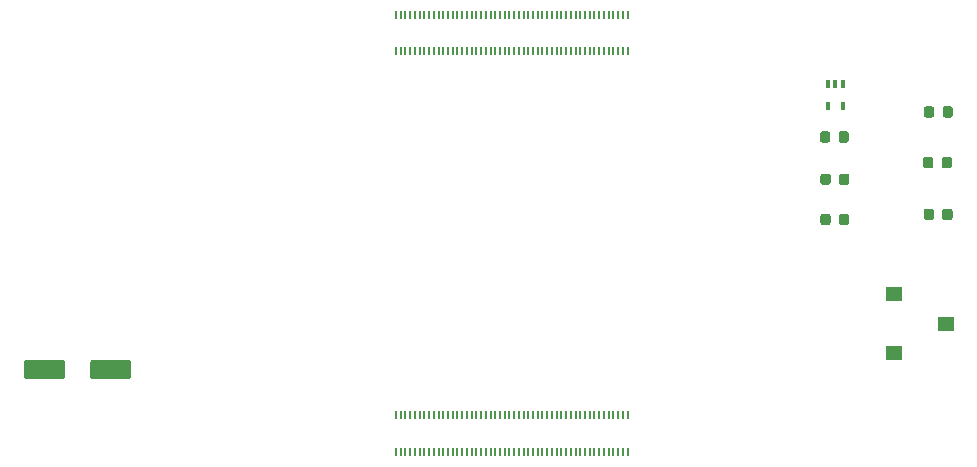
<source format=gbr>
G04 #@! TF.GenerationSoftware,KiCad,Pcbnew,(5.1.5)-3*
G04 #@! TF.CreationDate,2021-05-10T14:07:14+02:00*
G04 #@! TF.ProjectId,FlashStickCM4,466c6173-6853-4746-9963-6b434d342e6b,rev?*
G04 #@! TF.SameCoordinates,Original*
G04 #@! TF.FileFunction,Paste,Top*
G04 #@! TF.FilePolarity,Positive*
%FSLAX46Y46*%
G04 Gerber Fmt 4.6, Leading zero omitted, Abs format (unit mm)*
G04 Created by KiCad (PCBNEW (5.1.5)-3) date 2021-05-10 14:07:14*
%MOMM*%
%LPD*%
G04 APERTURE LIST*
%ADD10R,1.400000X1.200000*%
%ADD11R,0.400000X0.650000*%
%ADD12C,0.100000*%
%ADD13R,0.200000X0.700000*%
G04 APERTURE END LIST*
D10*
X162370000Y-85160000D03*
X166770000Y-87660000D03*
X162370000Y-90160000D03*
D11*
X158040000Y-69230000D03*
X156740000Y-69230000D03*
X157390000Y-67330000D03*
X156740000Y-67330000D03*
X158040000Y-67330000D03*
D12*
G36*
X158377691Y-78356053D02*
G01*
X158398926Y-78359203D01*
X158419750Y-78364419D01*
X158439962Y-78371651D01*
X158459368Y-78380830D01*
X158477781Y-78391866D01*
X158495024Y-78404654D01*
X158510930Y-78419070D01*
X158525346Y-78434976D01*
X158538134Y-78452219D01*
X158549170Y-78470632D01*
X158558349Y-78490038D01*
X158565581Y-78510250D01*
X158570797Y-78531074D01*
X158573947Y-78552309D01*
X158575000Y-78573750D01*
X158575000Y-79086250D01*
X158573947Y-79107691D01*
X158570797Y-79128926D01*
X158565581Y-79149750D01*
X158558349Y-79169962D01*
X158549170Y-79189368D01*
X158538134Y-79207781D01*
X158525346Y-79225024D01*
X158510930Y-79240930D01*
X158495024Y-79255346D01*
X158477781Y-79268134D01*
X158459368Y-79279170D01*
X158439962Y-79288349D01*
X158419750Y-79295581D01*
X158398926Y-79300797D01*
X158377691Y-79303947D01*
X158356250Y-79305000D01*
X157918750Y-79305000D01*
X157897309Y-79303947D01*
X157876074Y-79300797D01*
X157855250Y-79295581D01*
X157835038Y-79288349D01*
X157815632Y-79279170D01*
X157797219Y-79268134D01*
X157779976Y-79255346D01*
X157764070Y-79240930D01*
X157749654Y-79225024D01*
X157736866Y-79207781D01*
X157725830Y-79189368D01*
X157716651Y-79169962D01*
X157709419Y-79149750D01*
X157704203Y-79128926D01*
X157701053Y-79107691D01*
X157700000Y-79086250D01*
X157700000Y-78573750D01*
X157701053Y-78552309D01*
X157704203Y-78531074D01*
X157709419Y-78510250D01*
X157716651Y-78490038D01*
X157725830Y-78470632D01*
X157736866Y-78452219D01*
X157749654Y-78434976D01*
X157764070Y-78419070D01*
X157779976Y-78404654D01*
X157797219Y-78391866D01*
X157815632Y-78380830D01*
X157835038Y-78371651D01*
X157855250Y-78364419D01*
X157876074Y-78359203D01*
X157897309Y-78356053D01*
X157918750Y-78355000D01*
X158356250Y-78355000D01*
X158377691Y-78356053D01*
G37*
G36*
X156802691Y-78356053D02*
G01*
X156823926Y-78359203D01*
X156844750Y-78364419D01*
X156864962Y-78371651D01*
X156884368Y-78380830D01*
X156902781Y-78391866D01*
X156920024Y-78404654D01*
X156935930Y-78419070D01*
X156950346Y-78434976D01*
X156963134Y-78452219D01*
X156974170Y-78470632D01*
X156983349Y-78490038D01*
X156990581Y-78510250D01*
X156995797Y-78531074D01*
X156998947Y-78552309D01*
X157000000Y-78573750D01*
X157000000Y-79086250D01*
X156998947Y-79107691D01*
X156995797Y-79128926D01*
X156990581Y-79149750D01*
X156983349Y-79169962D01*
X156974170Y-79189368D01*
X156963134Y-79207781D01*
X156950346Y-79225024D01*
X156935930Y-79240930D01*
X156920024Y-79255346D01*
X156902781Y-79268134D01*
X156884368Y-79279170D01*
X156864962Y-79288349D01*
X156844750Y-79295581D01*
X156823926Y-79300797D01*
X156802691Y-79303947D01*
X156781250Y-79305000D01*
X156343750Y-79305000D01*
X156322309Y-79303947D01*
X156301074Y-79300797D01*
X156280250Y-79295581D01*
X156260038Y-79288349D01*
X156240632Y-79279170D01*
X156222219Y-79268134D01*
X156204976Y-79255346D01*
X156189070Y-79240930D01*
X156174654Y-79225024D01*
X156161866Y-79207781D01*
X156150830Y-79189368D01*
X156141651Y-79169962D01*
X156134419Y-79149750D01*
X156129203Y-79128926D01*
X156126053Y-79107691D01*
X156125000Y-79086250D01*
X156125000Y-78573750D01*
X156126053Y-78552309D01*
X156129203Y-78531074D01*
X156134419Y-78510250D01*
X156141651Y-78490038D01*
X156150830Y-78470632D01*
X156161866Y-78452219D01*
X156174654Y-78434976D01*
X156189070Y-78419070D01*
X156204976Y-78404654D01*
X156222219Y-78391866D01*
X156240632Y-78380830D01*
X156260038Y-78371651D01*
X156280250Y-78364419D01*
X156301074Y-78359203D01*
X156322309Y-78356053D01*
X156343750Y-78355000D01*
X156781250Y-78355000D01*
X156802691Y-78356053D01*
G37*
G36*
X156812691Y-74946053D02*
G01*
X156833926Y-74949203D01*
X156854750Y-74954419D01*
X156874962Y-74961651D01*
X156894368Y-74970830D01*
X156912781Y-74981866D01*
X156930024Y-74994654D01*
X156945930Y-75009070D01*
X156960346Y-75024976D01*
X156973134Y-75042219D01*
X156984170Y-75060632D01*
X156993349Y-75080038D01*
X157000581Y-75100250D01*
X157005797Y-75121074D01*
X157008947Y-75142309D01*
X157010000Y-75163750D01*
X157010000Y-75676250D01*
X157008947Y-75697691D01*
X157005797Y-75718926D01*
X157000581Y-75739750D01*
X156993349Y-75759962D01*
X156984170Y-75779368D01*
X156973134Y-75797781D01*
X156960346Y-75815024D01*
X156945930Y-75830930D01*
X156930024Y-75845346D01*
X156912781Y-75858134D01*
X156894368Y-75869170D01*
X156874962Y-75878349D01*
X156854750Y-75885581D01*
X156833926Y-75890797D01*
X156812691Y-75893947D01*
X156791250Y-75895000D01*
X156353750Y-75895000D01*
X156332309Y-75893947D01*
X156311074Y-75890797D01*
X156290250Y-75885581D01*
X156270038Y-75878349D01*
X156250632Y-75869170D01*
X156232219Y-75858134D01*
X156214976Y-75845346D01*
X156199070Y-75830930D01*
X156184654Y-75815024D01*
X156171866Y-75797781D01*
X156160830Y-75779368D01*
X156151651Y-75759962D01*
X156144419Y-75739750D01*
X156139203Y-75718926D01*
X156136053Y-75697691D01*
X156135000Y-75676250D01*
X156135000Y-75163750D01*
X156136053Y-75142309D01*
X156139203Y-75121074D01*
X156144419Y-75100250D01*
X156151651Y-75080038D01*
X156160830Y-75060632D01*
X156171866Y-75042219D01*
X156184654Y-75024976D01*
X156199070Y-75009070D01*
X156214976Y-74994654D01*
X156232219Y-74981866D01*
X156250632Y-74970830D01*
X156270038Y-74961651D01*
X156290250Y-74954419D01*
X156311074Y-74949203D01*
X156332309Y-74946053D01*
X156353750Y-74945000D01*
X156791250Y-74945000D01*
X156812691Y-74946053D01*
G37*
G36*
X158387691Y-74946053D02*
G01*
X158408926Y-74949203D01*
X158429750Y-74954419D01*
X158449962Y-74961651D01*
X158469368Y-74970830D01*
X158487781Y-74981866D01*
X158505024Y-74994654D01*
X158520930Y-75009070D01*
X158535346Y-75024976D01*
X158548134Y-75042219D01*
X158559170Y-75060632D01*
X158568349Y-75080038D01*
X158575581Y-75100250D01*
X158580797Y-75121074D01*
X158583947Y-75142309D01*
X158585000Y-75163750D01*
X158585000Y-75676250D01*
X158583947Y-75697691D01*
X158580797Y-75718926D01*
X158575581Y-75739750D01*
X158568349Y-75759962D01*
X158559170Y-75779368D01*
X158548134Y-75797781D01*
X158535346Y-75815024D01*
X158520930Y-75830930D01*
X158505024Y-75845346D01*
X158487781Y-75858134D01*
X158469368Y-75869170D01*
X158449962Y-75878349D01*
X158429750Y-75885581D01*
X158408926Y-75890797D01*
X158387691Y-75893947D01*
X158366250Y-75895000D01*
X157928750Y-75895000D01*
X157907309Y-75893947D01*
X157886074Y-75890797D01*
X157865250Y-75885581D01*
X157845038Y-75878349D01*
X157825632Y-75869170D01*
X157807219Y-75858134D01*
X157789976Y-75845346D01*
X157774070Y-75830930D01*
X157759654Y-75815024D01*
X157746866Y-75797781D01*
X157735830Y-75779368D01*
X157726651Y-75759962D01*
X157719419Y-75739750D01*
X157714203Y-75718926D01*
X157711053Y-75697691D01*
X157710000Y-75676250D01*
X157710000Y-75163750D01*
X157711053Y-75142309D01*
X157714203Y-75121074D01*
X157719419Y-75100250D01*
X157726651Y-75080038D01*
X157735830Y-75060632D01*
X157746866Y-75042219D01*
X157759654Y-75024976D01*
X157774070Y-75009070D01*
X157789976Y-74994654D01*
X157807219Y-74981866D01*
X157825632Y-74970830D01*
X157845038Y-74961651D01*
X157865250Y-74954419D01*
X157886074Y-74949203D01*
X157907309Y-74946053D01*
X157928750Y-74945000D01*
X158366250Y-74945000D01*
X158387691Y-74946053D01*
G37*
G36*
X158347691Y-71376053D02*
G01*
X158368926Y-71379203D01*
X158389750Y-71384419D01*
X158409962Y-71391651D01*
X158429368Y-71400830D01*
X158447781Y-71411866D01*
X158465024Y-71424654D01*
X158480930Y-71439070D01*
X158495346Y-71454976D01*
X158508134Y-71472219D01*
X158519170Y-71490632D01*
X158528349Y-71510038D01*
X158535581Y-71530250D01*
X158540797Y-71551074D01*
X158543947Y-71572309D01*
X158545000Y-71593750D01*
X158545000Y-72106250D01*
X158543947Y-72127691D01*
X158540797Y-72148926D01*
X158535581Y-72169750D01*
X158528349Y-72189962D01*
X158519170Y-72209368D01*
X158508134Y-72227781D01*
X158495346Y-72245024D01*
X158480930Y-72260930D01*
X158465024Y-72275346D01*
X158447781Y-72288134D01*
X158429368Y-72299170D01*
X158409962Y-72308349D01*
X158389750Y-72315581D01*
X158368926Y-72320797D01*
X158347691Y-72323947D01*
X158326250Y-72325000D01*
X157888750Y-72325000D01*
X157867309Y-72323947D01*
X157846074Y-72320797D01*
X157825250Y-72315581D01*
X157805038Y-72308349D01*
X157785632Y-72299170D01*
X157767219Y-72288134D01*
X157749976Y-72275346D01*
X157734070Y-72260930D01*
X157719654Y-72245024D01*
X157706866Y-72227781D01*
X157695830Y-72209368D01*
X157686651Y-72189962D01*
X157679419Y-72169750D01*
X157674203Y-72148926D01*
X157671053Y-72127691D01*
X157670000Y-72106250D01*
X157670000Y-71593750D01*
X157671053Y-71572309D01*
X157674203Y-71551074D01*
X157679419Y-71530250D01*
X157686651Y-71510038D01*
X157695830Y-71490632D01*
X157706866Y-71472219D01*
X157719654Y-71454976D01*
X157734070Y-71439070D01*
X157749976Y-71424654D01*
X157767219Y-71411866D01*
X157785632Y-71400830D01*
X157805038Y-71391651D01*
X157825250Y-71384419D01*
X157846074Y-71379203D01*
X157867309Y-71376053D01*
X157888750Y-71375000D01*
X158326250Y-71375000D01*
X158347691Y-71376053D01*
G37*
G36*
X156772691Y-71376053D02*
G01*
X156793926Y-71379203D01*
X156814750Y-71384419D01*
X156834962Y-71391651D01*
X156854368Y-71400830D01*
X156872781Y-71411866D01*
X156890024Y-71424654D01*
X156905930Y-71439070D01*
X156920346Y-71454976D01*
X156933134Y-71472219D01*
X156944170Y-71490632D01*
X156953349Y-71510038D01*
X156960581Y-71530250D01*
X156965797Y-71551074D01*
X156968947Y-71572309D01*
X156970000Y-71593750D01*
X156970000Y-72106250D01*
X156968947Y-72127691D01*
X156965797Y-72148926D01*
X156960581Y-72169750D01*
X156953349Y-72189962D01*
X156944170Y-72209368D01*
X156933134Y-72227781D01*
X156920346Y-72245024D01*
X156905930Y-72260930D01*
X156890024Y-72275346D01*
X156872781Y-72288134D01*
X156854368Y-72299170D01*
X156834962Y-72308349D01*
X156814750Y-72315581D01*
X156793926Y-72320797D01*
X156772691Y-72323947D01*
X156751250Y-72325000D01*
X156313750Y-72325000D01*
X156292309Y-72323947D01*
X156271074Y-72320797D01*
X156250250Y-72315581D01*
X156230038Y-72308349D01*
X156210632Y-72299170D01*
X156192219Y-72288134D01*
X156174976Y-72275346D01*
X156159070Y-72260930D01*
X156144654Y-72245024D01*
X156131866Y-72227781D01*
X156120830Y-72209368D01*
X156111651Y-72189962D01*
X156104419Y-72169750D01*
X156099203Y-72148926D01*
X156096053Y-72127691D01*
X156095000Y-72106250D01*
X156095000Y-71593750D01*
X156096053Y-71572309D01*
X156099203Y-71551074D01*
X156104419Y-71530250D01*
X156111651Y-71510038D01*
X156120830Y-71490632D01*
X156131866Y-71472219D01*
X156144654Y-71454976D01*
X156159070Y-71439070D01*
X156174976Y-71424654D01*
X156192219Y-71411866D01*
X156210632Y-71400830D01*
X156230038Y-71391651D01*
X156250250Y-71384419D01*
X156271074Y-71379203D01*
X156292309Y-71376053D01*
X156313750Y-71375000D01*
X156751250Y-71375000D01*
X156772691Y-71376053D01*
G37*
D13*
X120600000Y-61500000D03*
X121000000Y-64580000D03*
X120600000Y-64580000D03*
X121000000Y-61500000D03*
X120200000Y-64580000D03*
X120200000Y-61500000D03*
X125800000Y-61500000D03*
X128600000Y-64580000D03*
X130200000Y-61500000D03*
X131000000Y-64580000D03*
X131000000Y-61500000D03*
X132200000Y-61500000D03*
X133000000Y-64580000D03*
X129800000Y-64580000D03*
X129000000Y-61500000D03*
X133400000Y-64580000D03*
X126600000Y-61500000D03*
X128200000Y-61500000D03*
X130200000Y-64580000D03*
X131400000Y-61500000D03*
X127400000Y-61500000D03*
X127800000Y-64580000D03*
X129800000Y-61500000D03*
X132600000Y-64580000D03*
X133800000Y-61500000D03*
X123800000Y-64580000D03*
X125400000Y-61500000D03*
X131800000Y-64580000D03*
X121400000Y-64580000D03*
X132600000Y-61500000D03*
X121400000Y-61500000D03*
X122600000Y-64580000D03*
X123000000Y-64580000D03*
X123000000Y-61500000D03*
X125000000Y-64580000D03*
X127400000Y-64580000D03*
X123400000Y-61500000D03*
X128600000Y-61500000D03*
X125400000Y-64580000D03*
X133000000Y-61500000D03*
X124200000Y-64580000D03*
X127000000Y-61500000D03*
X127800000Y-61500000D03*
X129400000Y-64580000D03*
X126200000Y-64580000D03*
X128200000Y-64580000D03*
X131800000Y-61500000D03*
X132200000Y-64580000D03*
X133800000Y-64580000D03*
X126200000Y-61500000D03*
X124600000Y-64580000D03*
X131400000Y-64580000D03*
X130600000Y-61500000D03*
X125800000Y-64580000D03*
X129000000Y-64580000D03*
X126600000Y-64580000D03*
X121800000Y-64580000D03*
X133400000Y-61500000D03*
X121800000Y-61500000D03*
X122200000Y-64580000D03*
X122200000Y-61500000D03*
X122600000Y-61500000D03*
X123400000Y-64580000D03*
X130600000Y-64580000D03*
X129400000Y-61500000D03*
X123800000Y-61500000D03*
X124200000Y-61500000D03*
X127000000Y-64580000D03*
X125000000Y-61500000D03*
X124600000Y-61500000D03*
X139800000Y-64580000D03*
X138200000Y-61500000D03*
X134200000Y-61500000D03*
X138600000Y-64580000D03*
X137400000Y-61500000D03*
X138600000Y-61500000D03*
X134600000Y-64580000D03*
X134600000Y-61500000D03*
X135400000Y-61500000D03*
X135800000Y-64580000D03*
X139000000Y-64580000D03*
X139400000Y-61500000D03*
X135000000Y-64580000D03*
X135000000Y-61500000D03*
X135400000Y-64580000D03*
X136200000Y-61500000D03*
X135800000Y-61500000D03*
X136200000Y-64580000D03*
X139400000Y-64580000D03*
X137400000Y-64580000D03*
X138200000Y-64580000D03*
X136600000Y-64580000D03*
X137000000Y-61500000D03*
X139000000Y-61500000D03*
X137000000Y-64580000D03*
X134200000Y-64580000D03*
X139800000Y-61500000D03*
X136600000Y-61500000D03*
X137800000Y-64580000D03*
X137800000Y-61500000D03*
X128200000Y-98500000D03*
X121000000Y-95420000D03*
X123400000Y-98500000D03*
X126600000Y-98500000D03*
X125800000Y-98500000D03*
X121800000Y-98500000D03*
X124200000Y-98500000D03*
X127400000Y-98500000D03*
X126200000Y-95420000D03*
X126600000Y-95420000D03*
X127000000Y-98500000D03*
X120600000Y-98500000D03*
X122600000Y-95420000D03*
X123400000Y-95420000D03*
X120200000Y-98500000D03*
X120200000Y-95420000D03*
X125000000Y-98500000D03*
X120600000Y-95420000D03*
X122200000Y-95420000D03*
X126200000Y-98500000D03*
X123000000Y-98500000D03*
X125000000Y-95420000D03*
X122600000Y-98500000D03*
X121000000Y-98500000D03*
X122200000Y-98500000D03*
X127000000Y-95420000D03*
X121400000Y-98500000D03*
X124600000Y-95420000D03*
X127400000Y-95420000D03*
X121400000Y-95420000D03*
X124200000Y-95420000D03*
X125400000Y-98500000D03*
X127800000Y-98500000D03*
X125400000Y-95420000D03*
X123800000Y-98500000D03*
X123800000Y-95420000D03*
X124600000Y-98500000D03*
X127800000Y-95420000D03*
X123000000Y-95420000D03*
X121800000Y-95420000D03*
X125800000Y-95420000D03*
X132200000Y-98500000D03*
X137400000Y-98500000D03*
X135400000Y-95420000D03*
X133800000Y-98500000D03*
X131800000Y-98500000D03*
X139800000Y-98500000D03*
X130200000Y-95420000D03*
X133400000Y-95420000D03*
X137400000Y-95420000D03*
X137800000Y-95420000D03*
X139400000Y-95420000D03*
X133000000Y-98500000D03*
X131000000Y-95420000D03*
X135000000Y-98500000D03*
X128600000Y-98500000D03*
X131000000Y-98500000D03*
X135400000Y-98500000D03*
X136200000Y-95420000D03*
X129800000Y-95420000D03*
X128600000Y-95420000D03*
X132600000Y-95420000D03*
X133400000Y-98500000D03*
X137800000Y-98500000D03*
X138200000Y-95420000D03*
X134200000Y-95420000D03*
X129800000Y-98500000D03*
X131800000Y-95420000D03*
X132600000Y-98500000D03*
X135800000Y-98500000D03*
X135000000Y-95420000D03*
X137000000Y-98500000D03*
X139000000Y-95420000D03*
X129000000Y-98500000D03*
X129000000Y-95420000D03*
X136600000Y-98500000D03*
X129400000Y-98500000D03*
X134600000Y-95420000D03*
X137000000Y-95420000D03*
X130600000Y-98500000D03*
X131400000Y-98500000D03*
X134200000Y-98500000D03*
X136200000Y-98500000D03*
X138600000Y-98500000D03*
X136600000Y-95420000D03*
X139800000Y-95420000D03*
X138200000Y-98500000D03*
X128200000Y-95420000D03*
X130200000Y-98500000D03*
X129400000Y-95420000D03*
X130600000Y-95420000D03*
X133800000Y-95420000D03*
X132200000Y-95420000D03*
X139000000Y-98500000D03*
X139400000Y-98500000D03*
X131400000Y-95420000D03*
X133000000Y-95420000D03*
X134600000Y-98500000D03*
X138600000Y-95420000D03*
X135800000Y-95420000D03*
D12*
G36*
X167127691Y-77926053D02*
G01*
X167148926Y-77929203D01*
X167169750Y-77934419D01*
X167189962Y-77941651D01*
X167209368Y-77950830D01*
X167227781Y-77961866D01*
X167245024Y-77974654D01*
X167260930Y-77989070D01*
X167275346Y-78004976D01*
X167288134Y-78022219D01*
X167299170Y-78040632D01*
X167308349Y-78060038D01*
X167315581Y-78080250D01*
X167320797Y-78101074D01*
X167323947Y-78122309D01*
X167325000Y-78143750D01*
X167325000Y-78656250D01*
X167323947Y-78677691D01*
X167320797Y-78698926D01*
X167315581Y-78719750D01*
X167308349Y-78739962D01*
X167299170Y-78759368D01*
X167288134Y-78777781D01*
X167275346Y-78795024D01*
X167260930Y-78810930D01*
X167245024Y-78825346D01*
X167227781Y-78838134D01*
X167209368Y-78849170D01*
X167189962Y-78858349D01*
X167169750Y-78865581D01*
X167148926Y-78870797D01*
X167127691Y-78873947D01*
X167106250Y-78875000D01*
X166668750Y-78875000D01*
X166647309Y-78873947D01*
X166626074Y-78870797D01*
X166605250Y-78865581D01*
X166585038Y-78858349D01*
X166565632Y-78849170D01*
X166547219Y-78838134D01*
X166529976Y-78825346D01*
X166514070Y-78810930D01*
X166499654Y-78795024D01*
X166486866Y-78777781D01*
X166475830Y-78759368D01*
X166466651Y-78739962D01*
X166459419Y-78719750D01*
X166454203Y-78698926D01*
X166451053Y-78677691D01*
X166450000Y-78656250D01*
X166450000Y-78143750D01*
X166451053Y-78122309D01*
X166454203Y-78101074D01*
X166459419Y-78080250D01*
X166466651Y-78060038D01*
X166475830Y-78040632D01*
X166486866Y-78022219D01*
X166499654Y-78004976D01*
X166514070Y-77989070D01*
X166529976Y-77974654D01*
X166547219Y-77961866D01*
X166565632Y-77950830D01*
X166585038Y-77941651D01*
X166605250Y-77934419D01*
X166626074Y-77929203D01*
X166647309Y-77926053D01*
X166668750Y-77925000D01*
X167106250Y-77925000D01*
X167127691Y-77926053D01*
G37*
G36*
X165552691Y-77926053D02*
G01*
X165573926Y-77929203D01*
X165594750Y-77934419D01*
X165614962Y-77941651D01*
X165634368Y-77950830D01*
X165652781Y-77961866D01*
X165670024Y-77974654D01*
X165685930Y-77989070D01*
X165700346Y-78004976D01*
X165713134Y-78022219D01*
X165724170Y-78040632D01*
X165733349Y-78060038D01*
X165740581Y-78080250D01*
X165745797Y-78101074D01*
X165748947Y-78122309D01*
X165750000Y-78143750D01*
X165750000Y-78656250D01*
X165748947Y-78677691D01*
X165745797Y-78698926D01*
X165740581Y-78719750D01*
X165733349Y-78739962D01*
X165724170Y-78759368D01*
X165713134Y-78777781D01*
X165700346Y-78795024D01*
X165685930Y-78810930D01*
X165670024Y-78825346D01*
X165652781Y-78838134D01*
X165634368Y-78849170D01*
X165614962Y-78858349D01*
X165594750Y-78865581D01*
X165573926Y-78870797D01*
X165552691Y-78873947D01*
X165531250Y-78875000D01*
X165093750Y-78875000D01*
X165072309Y-78873947D01*
X165051074Y-78870797D01*
X165030250Y-78865581D01*
X165010038Y-78858349D01*
X164990632Y-78849170D01*
X164972219Y-78838134D01*
X164954976Y-78825346D01*
X164939070Y-78810930D01*
X164924654Y-78795024D01*
X164911866Y-78777781D01*
X164900830Y-78759368D01*
X164891651Y-78739962D01*
X164884419Y-78719750D01*
X164879203Y-78698926D01*
X164876053Y-78677691D01*
X164875000Y-78656250D01*
X164875000Y-78143750D01*
X164876053Y-78122309D01*
X164879203Y-78101074D01*
X164884419Y-78080250D01*
X164891651Y-78060038D01*
X164900830Y-78040632D01*
X164911866Y-78022219D01*
X164924654Y-78004976D01*
X164939070Y-77989070D01*
X164954976Y-77974654D01*
X164972219Y-77961866D01*
X164990632Y-77950830D01*
X165010038Y-77941651D01*
X165030250Y-77934419D01*
X165051074Y-77929203D01*
X165072309Y-77926053D01*
X165093750Y-77925000D01*
X165531250Y-77925000D01*
X165552691Y-77926053D01*
G37*
G36*
X167077691Y-73556053D02*
G01*
X167098926Y-73559203D01*
X167119750Y-73564419D01*
X167139962Y-73571651D01*
X167159368Y-73580830D01*
X167177781Y-73591866D01*
X167195024Y-73604654D01*
X167210930Y-73619070D01*
X167225346Y-73634976D01*
X167238134Y-73652219D01*
X167249170Y-73670632D01*
X167258349Y-73690038D01*
X167265581Y-73710250D01*
X167270797Y-73731074D01*
X167273947Y-73752309D01*
X167275000Y-73773750D01*
X167275000Y-74286250D01*
X167273947Y-74307691D01*
X167270797Y-74328926D01*
X167265581Y-74349750D01*
X167258349Y-74369962D01*
X167249170Y-74389368D01*
X167238134Y-74407781D01*
X167225346Y-74425024D01*
X167210930Y-74440930D01*
X167195024Y-74455346D01*
X167177781Y-74468134D01*
X167159368Y-74479170D01*
X167139962Y-74488349D01*
X167119750Y-74495581D01*
X167098926Y-74500797D01*
X167077691Y-74503947D01*
X167056250Y-74505000D01*
X166618750Y-74505000D01*
X166597309Y-74503947D01*
X166576074Y-74500797D01*
X166555250Y-74495581D01*
X166535038Y-74488349D01*
X166515632Y-74479170D01*
X166497219Y-74468134D01*
X166479976Y-74455346D01*
X166464070Y-74440930D01*
X166449654Y-74425024D01*
X166436866Y-74407781D01*
X166425830Y-74389368D01*
X166416651Y-74369962D01*
X166409419Y-74349750D01*
X166404203Y-74328926D01*
X166401053Y-74307691D01*
X166400000Y-74286250D01*
X166400000Y-73773750D01*
X166401053Y-73752309D01*
X166404203Y-73731074D01*
X166409419Y-73710250D01*
X166416651Y-73690038D01*
X166425830Y-73670632D01*
X166436866Y-73652219D01*
X166449654Y-73634976D01*
X166464070Y-73619070D01*
X166479976Y-73604654D01*
X166497219Y-73591866D01*
X166515632Y-73580830D01*
X166535038Y-73571651D01*
X166555250Y-73564419D01*
X166576074Y-73559203D01*
X166597309Y-73556053D01*
X166618750Y-73555000D01*
X167056250Y-73555000D01*
X167077691Y-73556053D01*
G37*
G36*
X165502691Y-73556053D02*
G01*
X165523926Y-73559203D01*
X165544750Y-73564419D01*
X165564962Y-73571651D01*
X165584368Y-73580830D01*
X165602781Y-73591866D01*
X165620024Y-73604654D01*
X165635930Y-73619070D01*
X165650346Y-73634976D01*
X165663134Y-73652219D01*
X165674170Y-73670632D01*
X165683349Y-73690038D01*
X165690581Y-73710250D01*
X165695797Y-73731074D01*
X165698947Y-73752309D01*
X165700000Y-73773750D01*
X165700000Y-74286250D01*
X165698947Y-74307691D01*
X165695797Y-74328926D01*
X165690581Y-74349750D01*
X165683349Y-74369962D01*
X165674170Y-74389368D01*
X165663134Y-74407781D01*
X165650346Y-74425024D01*
X165635930Y-74440930D01*
X165620024Y-74455346D01*
X165602781Y-74468134D01*
X165584368Y-74479170D01*
X165564962Y-74488349D01*
X165544750Y-74495581D01*
X165523926Y-74500797D01*
X165502691Y-74503947D01*
X165481250Y-74505000D01*
X165043750Y-74505000D01*
X165022309Y-74503947D01*
X165001074Y-74500797D01*
X164980250Y-74495581D01*
X164960038Y-74488349D01*
X164940632Y-74479170D01*
X164922219Y-74468134D01*
X164904976Y-74455346D01*
X164889070Y-74440930D01*
X164874654Y-74425024D01*
X164861866Y-74407781D01*
X164850830Y-74389368D01*
X164841651Y-74369962D01*
X164834419Y-74349750D01*
X164829203Y-74328926D01*
X164826053Y-74307691D01*
X164825000Y-74286250D01*
X164825000Y-73773750D01*
X164826053Y-73752309D01*
X164829203Y-73731074D01*
X164834419Y-73710250D01*
X164841651Y-73690038D01*
X164850830Y-73670632D01*
X164861866Y-73652219D01*
X164874654Y-73634976D01*
X164889070Y-73619070D01*
X164904976Y-73604654D01*
X164922219Y-73591866D01*
X164940632Y-73580830D01*
X164960038Y-73571651D01*
X164980250Y-73564419D01*
X165001074Y-73559203D01*
X165022309Y-73556053D01*
X165043750Y-73555000D01*
X165481250Y-73555000D01*
X165502691Y-73556053D01*
G37*
G36*
X167147691Y-69256053D02*
G01*
X167168926Y-69259203D01*
X167189750Y-69264419D01*
X167209962Y-69271651D01*
X167229368Y-69280830D01*
X167247781Y-69291866D01*
X167265024Y-69304654D01*
X167280930Y-69319070D01*
X167295346Y-69334976D01*
X167308134Y-69352219D01*
X167319170Y-69370632D01*
X167328349Y-69390038D01*
X167335581Y-69410250D01*
X167340797Y-69431074D01*
X167343947Y-69452309D01*
X167345000Y-69473750D01*
X167345000Y-69986250D01*
X167343947Y-70007691D01*
X167340797Y-70028926D01*
X167335581Y-70049750D01*
X167328349Y-70069962D01*
X167319170Y-70089368D01*
X167308134Y-70107781D01*
X167295346Y-70125024D01*
X167280930Y-70140930D01*
X167265024Y-70155346D01*
X167247781Y-70168134D01*
X167229368Y-70179170D01*
X167209962Y-70188349D01*
X167189750Y-70195581D01*
X167168926Y-70200797D01*
X167147691Y-70203947D01*
X167126250Y-70205000D01*
X166688750Y-70205000D01*
X166667309Y-70203947D01*
X166646074Y-70200797D01*
X166625250Y-70195581D01*
X166605038Y-70188349D01*
X166585632Y-70179170D01*
X166567219Y-70168134D01*
X166549976Y-70155346D01*
X166534070Y-70140930D01*
X166519654Y-70125024D01*
X166506866Y-70107781D01*
X166495830Y-70089368D01*
X166486651Y-70069962D01*
X166479419Y-70049750D01*
X166474203Y-70028926D01*
X166471053Y-70007691D01*
X166470000Y-69986250D01*
X166470000Y-69473750D01*
X166471053Y-69452309D01*
X166474203Y-69431074D01*
X166479419Y-69410250D01*
X166486651Y-69390038D01*
X166495830Y-69370632D01*
X166506866Y-69352219D01*
X166519654Y-69334976D01*
X166534070Y-69319070D01*
X166549976Y-69304654D01*
X166567219Y-69291866D01*
X166585632Y-69280830D01*
X166605038Y-69271651D01*
X166625250Y-69264419D01*
X166646074Y-69259203D01*
X166667309Y-69256053D01*
X166688750Y-69255000D01*
X167126250Y-69255000D01*
X167147691Y-69256053D01*
G37*
G36*
X165572691Y-69256053D02*
G01*
X165593926Y-69259203D01*
X165614750Y-69264419D01*
X165634962Y-69271651D01*
X165654368Y-69280830D01*
X165672781Y-69291866D01*
X165690024Y-69304654D01*
X165705930Y-69319070D01*
X165720346Y-69334976D01*
X165733134Y-69352219D01*
X165744170Y-69370632D01*
X165753349Y-69390038D01*
X165760581Y-69410250D01*
X165765797Y-69431074D01*
X165768947Y-69452309D01*
X165770000Y-69473750D01*
X165770000Y-69986250D01*
X165768947Y-70007691D01*
X165765797Y-70028926D01*
X165760581Y-70049750D01*
X165753349Y-70069962D01*
X165744170Y-70089368D01*
X165733134Y-70107781D01*
X165720346Y-70125024D01*
X165705930Y-70140930D01*
X165690024Y-70155346D01*
X165672781Y-70168134D01*
X165654368Y-70179170D01*
X165634962Y-70188349D01*
X165614750Y-70195581D01*
X165593926Y-70200797D01*
X165572691Y-70203947D01*
X165551250Y-70205000D01*
X165113750Y-70205000D01*
X165092309Y-70203947D01*
X165071074Y-70200797D01*
X165050250Y-70195581D01*
X165030038Y-70188349D01*
X165010632Y-70179170D01*
X164992219Y-70168134D01*
X164974976Y-70155346D01*
X164959070Y-70140930D01*
X164944654Y-70125024D01*
X164931866Y-70107781D01*
X164920830Y-70089368D01*
X164911651Y-70069962D01*
X164904419Y-70049750D01*
X164899203Y-70028926D01*
X164896053Y-70007691D01*
X164895000Y-69986250D01*
X164895000Y-69473750D01*
X164896053Y-69452309D01*
X164899203Y-69431074D01*
X164904419Y-69410250D01*
X164911651Y-69390038D01*
X164920830Y-69370632D01*
X164931866Y-69352219D01*
X164944654Y-69334976D01*
X164959070Y-69319070D01*
X164974976Y-69304654D01*
X164992219Y-69291866D01*
X165010632Y-69280830D01*
X165030038Y-69271651D01*
X165050250Y-69264419D01*
X165071074Y-69259203D01*
X165092309Y-69256053D01*
X165113750Y-69255000D01*
X165551250Y-69255000D01*
X165572691Y-69256053D01*
G37*
G36*
X91964504Y-90731204D02*
G01*
X91988773Y-90734804D01*
X92012571Y-90740765D01*
X92035671Y-90749030D01*
X92057849Y-90759520D01*
X92078893Y-90772133D01*
X92098598Y-90786747D01*
X92116777Y-90803223D01*
X92133253Y-90821402D01*
X92147867Y-90841107D01*
X92160480Y-90862151D01*
X92170970Y-90884329D01*
X92179235Y-90907429D01*
X92185196Y-90931227D01*
X92188796Y-90955496D01*
X92190000Y-90980000D01*
X92190000Y-92080000D01*
X92188796Y-92104504D01*
X92185196Y-92128773D01*
X92179235Y-92152571D01*
X92170970Y-92175671D01*
X92160480Y-92197849D01*
X92147867Y-92218893D01*
X92133253Y-92238598D01*
X92116777Y-92256777D01*
X92098598Y-92273253D01*
X92078893Y-92287867D01*
X92057849Y-92300480D01*
X92035671Y-92310970D01*
X92012571Y-92319235D01*
X91988773Y-92325196D01*
X91964504Y-92328796D01*
X91940000Y-92330000D01*
X88940000Y-92330000D01*
X88915496Y-92328796D01*
X88891227Y-92325196D01*
X88867429Y-92319235D01*
X88844329Y-92310970D01*
X88822151Y-92300480D01*
X88801107Y-92287867D01*
X88781402Y-92273253D01*
X88763223Y-92256777D01*
X88746747Y-92238598D01*
X88732133Y-92218893D01*
X88719520Y-92197849D01*
X88709030Y-92175671D01*
X88700765Y-92152571D01*
X88694804Y-92128773D01*
X88691204Y-92104504D01*
X88690000Y-92080000D01*
X88690000Y-90980000D01*
X88691204Y-90955496D01*
X88694804Y-90931227D01*
X88700765Y-90907429D01*
X88709030Y-90884329D01*
X88719520Y-90862151D01*
X88732133Y-90841107D01*
X88746747Y-90821402D01*
X88763223Y-90803223D01*
X88781402Y-90786747D01*
X88801107Y-90772133D01*
X88822151Y-90759520D01*
X88844329Y-90749030D01*
X88867429Y-90740765D01*
X88891227Y-90734804D01*
X88915496Y-90731204D01*
X88940000Y-90730000D01*
X91940000Y-90730000D01*
X91964504Y-90731204D01*
G37*
G36*
X97564504Y-90731204D02*
G01*
X97588773Y-90734804D01*
X97612571Y-90740765D01*
X97635671Y-90749030D01*
X97657849Y-90759520D01*
X97678893Y-90772133D01*
X97698598Y-90786747D01*
X97716777Y-90803223D01*
X97733253Y-90821402D01*
X97747867Y-90841107D01*
X97760480Y-90862151D01*
X97770970Y-90884329D01*
X97779235Y-90907429D01*
X97785196Y-90931227D01*
X97788796Y-90955496D01*
X97790000Y-90980000D01*
X97790000Y-92080000D01*
X97788796Y-92104504D01*
X97785196Y-92128773D01*
X97779235Y-92152571D01*
X97770970Y-92175671D01*
X97760480Y-92197849D01*
X97747867Y-92218893D01*
X97733253Y-92238598D01*
X97716777Y-92256777D01*
X97698598Y-92273253D01*
X97678893Y-92287867D01*
X97657849Y-92300480D01*
X97635671Y-92310970D01*
X97612571Y-92319235D01*
X97588773Y-92325196D01*
X97564504Y-92328796D01*
X97540000Y-92330000D01*
X94540000Y-92330000D01*
X94515496Y-92328796D01*
X94491227Y-92325196D01*
X94467429Y-92319235D01*
X94444329Y-92310970D01*
X94422151Y-92300480D01*
X94401107Y-92287867D01*
X94381402Y-92273253D01*
X94363223Y-92256777D01*
X94346747Y-92238598D01*
X94332133Y-92218893D01*
X94319520Y-92197849D01*
X94309030Y-92175671D01*
X94300765Y-92152571D01*
X94294804Y-92128773D01*
X94291204Y-92104504D01*
X94290000Y-92080000D01*
X94290000Y-90980000D01*
X94291204Y-90955496D01*
X94294804Y-90931227D01*
X94300765Y-90907429D01*
X94309030Y-90884329D01*
X94319520Y-90862151D01*
X94332133Y-90841107D01*
X94346747Y-90821402D01*
X94363223Y-90803223D01*
X94381402Y-90786747D01*
X94401107Y-90772133D01*
X94422151Y-90759520D01*
X94444329Y-90749030D01*
X94467429Y-90740765D01*
X94491227Y-90734804D01*
X94515496Y-90731204D01*
X94540000Y-90730000D01*
X97540000Y-90730000D01*
X97564504Y-90731204D01*
G37*
M02*

</source>
